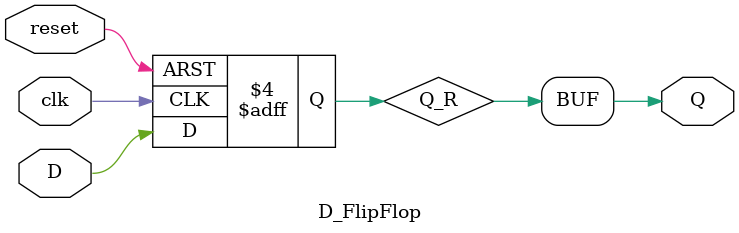
<source format=v>
`timescale 1ns / 1ps


module D_FlipFlop (
    input D,
    input clk,
    input reset,
    output Q
);
reg Q_R=1'b0; //Initial value as zero
assign Q = Q_R;
assign Q_C = ~ Q_R;
    always @(posedge clk or posedge reset) begin
        if (reset)
            Q_R <= 0;
        else
            Q_R <= D;
    end
endmodule


</source>
